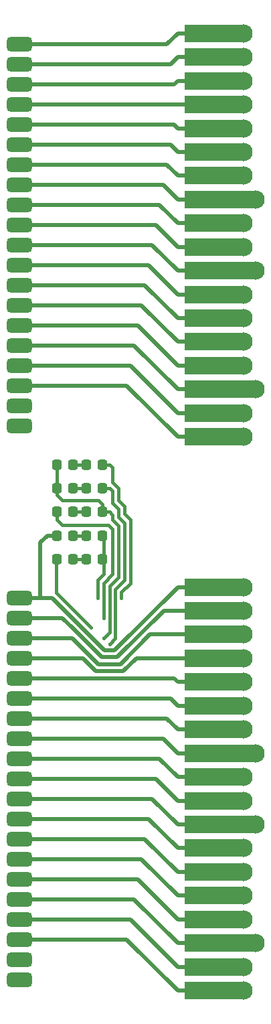
<source format=gtl>
G04*
G04  File:            TEMP_GERBER.GTL, Wed Dec 04 20:29:51 2019*
G04  Source:          P-CAD 2006 PCB, Version 19.02.958, (D:\retrocomputing\pdp11-mpi-breakout-board\pcb\temp_gerber.pcb)*
G04  Format:          Gerber Format (RS-274-D), ASCII*
G04*
G04  Format Options:  Absolute Positioning*
G04                   Leading-Zero Suppression*
G04                   Scale Factor 1:1*
G04                   NO Circular Interpolation*
G04                   Inch Units*
G04                   Numeric Format: 4.4 (XXXX.XXXX)*
G04                   G54 NOT Used for Aperture Change*
G04                   Apertures Embedded*
G04*
G04  File Options:    Offset = (0.0mil,0.0mil)*
G04                   Drill Symbol Size = 80.0mil*
G04                   Pad/Via Holes*
G04*
G04  File Contents:   Pads*
G04                   Vias*
G04                   Designators*
G04                   No Types*
G04                   No Values*
G04                   No Drill Symbols*
G04                   Top*
G04*
%INTEMP_GERBER.GTL*%
%ICAS*%
%MOIN*%
G04*
G04  Aperture MACROs for general use --- invoked via D-code assignment *
G04*
G04  General MACRO for flashed round with rotation and/or offset hole *
%AMROTOFFROUND*
1,1,$1,0.0000,0.0000*
1,0,$2,$3,$4*%
G04*
G04  General MACRO for flashed oval (obround) with rotation and/or offset hole *
%AMROTOFFOVAL*
21,1,$1,$2,0.0000,0.0000,$3*
1,1,$4,$5,$6*
1,1,$4,0-$5,0-$6*
1,0,$7,$8,$9*%
G04*
G04  General MACRO for flashed oval (obround) with rotation and no hole *
%AMROTOVALNOHOLE*
21,1,$1,$2,0.0000,0.0000,$3*
1,1,$4,$5,$6*
1,1,$4,0-$5,0-$6*%
G04*
G04  General MACRO for flashed rectangle with rotation and/or offset hole *
%AMROTOFFRECT*
21,1,$1,$2,0.0000,0.0000,$3*
1,0,$4,$5,$6*%
G04*
G04  General MACRO for flashed rectangle with rotation and no hole *
%AMROTRECTNOHOLE*
21,1,$1,$2,0.0000,0.0000,$3*%
G04*
G04  General MACRO for flashed rounded-rectangle *
%AMROUNDRECT*
21,1,$1,$2-$4,0.0000,0.0000,$3*
21,1,$1-$4,$2,0.0000,0.0000,$3*
1,1,$4,$5,$6*
1,1,$4,$7,$8*
1,1,$4,0-$5,0-$6*
1,1,$4,0-$7,0-$8*
1,0,$9,$10,$11*%
G04*
G04  General MACRO for flashed rounded-rectangle with rotation and no hole *
%AMROUNDRECTNOHOLE*
21,1,$1,$2-$4,0.0000,0.0000,$3*
21,1,$1-$4,$2,0.0000,0.0000,$3*
1,1,$4,$5,$6*
1,1,$4,$7,$8*
1,1,$4,0-$5,0-$6*
1,1,$4,0-$7,0-$8*%
G04*
G04  General MACRO for flashed regular polygon *
%AMREGPOLY*
5,1,$1,0.0000,0.0000,$2,$3+$4*
1,0,$5,$6,$7*%
G04*
G04  General MACRO for flashed regular polygon with no hole *
%AMREGPOLYNOHOLE*
5,1,$1,0.0000,0.0000,$2,$3+$4*%
G04*
G04  General MACRO for target *
%AMTARGET*
6,0,0,$1,$2,$3,4,$4,$5,$6*%
G04*
G04  General MACRO for mounting hole *
%AMMTHOLE*
1,1,$1,0,0*
1,0,$2,0,0*
$1=$1-$2*
$1=$1/2*
21,1,$2+$1,$3,0,0,$4*
21,1,$3,$2+$1,0,0,$4*%
G04*
G04*
G04  D10 : "Ellipse X0.254mm Y0.254mm H0.000mm 0.0deg (0.000mm,0.000mm) Draw"*
G04  Disc: OuterDia=0.0100*
%ADD10C, 0.0100*%
G04  D11 : "Ellipse X0.400mm Y0.400mm H0.000mm 0.0deg (0.000mm,0.000mm) Draw"*
G04  Disc: OuterDia=0.0157*
%ADD11C, 0.0157*%
G04  D12 : "Ellipse X0.500mm Y0.500mm H0.000mm 0.0deg (0.000mm,0.000mm) Draw"*
G04  Disc: OuterDia=0.0197*
%ADD12C, 0.0197*%
G04  D13 : "Ellipse X0.100mm Y0.100mm H0.000mm 0.0deg (0.000mm,0.000mm) Draw"*
G04  Disc: OuterDia=0.0039*
%ADD13C, 0.0039*%
G04  D14 : "Ellipse X0.200mm Y0.200mm H0.000mm 0.0deg (0.000mm,0.000mm) Draw"*
G04  Disc: OuterDia=0.0079*
%ADD14C, 0.0079*%
G04  D15 : "Ellipse X2.681mm Y2.681mm H0.000mm 0.0deg (0.000mm,0.000mm) Flash"*
G04  Disc: OuterDia=0.1056*
%ADD15C, 0.1056*%
G04  D16 : "Ellipse X2.300mm Y2.300mm H0.000mm 0.0deg (0.000mm,0.000mm) Flash"*
G04  Disc: OuterDia=0.0906*
%ADD16C, 0.0906*%
G04  D17 : "Rounded Rectangle X3.200mm Y1.800mm H0.000mm 0.0deg (0.000mm,0.000mm) Flash"*
G04  RoundRct: DimX=0.1260, DimY=0.0709, CornerRad=0.0177, Rotation=0.0, OffsetX=0.0000, OffsetY=0.0000, HoleDia=0.0000 *
%ADD17ROUNDRECTNOHOLE, 0.1260 X0.0709 X0.0 X0.0354 X-0.0453 X-0.0177 X-0.0453 X0.0177*%
G04  D18 : "Rounded Rectangle X3.581mm Y2.181mm H0.000mm 0.0deg (0.000mm,0.000mm) Flash"*
G04  RoundRct: DimX=0.1410, DimY=0.0859, CornerRad=0.0215, Rotation=0.0, OffsetX=0.0000, OffsetY=0.0000, HoleDia=0.0000 *
%ADD18ROUNDRECTNOHOLE, 0.1410 X0.0859 X0.0 X0.0429 X-0.0490 X-0.0215 X-0.0490 X0.0215*%
G04  D19 : "Rounded Rectangle X1.200mm Y1.300mm H0.000mm 0.0deg (0.000mm,0.000mm) Flash"*
G04  RoundRct: DimX=0.0472, DimY=0.0512, CornerRad=0.0118, Rotation=0.0, OffsetX=0.0000, OffsetY=0.0000, HoleDia=0.0000 *
%ADD19ROUNDRECTNOHOLE, 0.0472 X0.0512 X0.0 X0.0236 X-0.0118 X-0.0138 X-0.0118 X0.0138*%
G04  D20 : "Rounded Rectangle X1.300mm Y1.200mm H0.000mm 0.0deg (0.000mm,0.000mm) Flash"*
G04  RoundRct: DimX=0.0512, DimY=0.0472, CornerRad=0.0118, Rotation=0.0, OffsetX=0.0000, OffsetY=0.0000, HoleDia=0.0000 *
%ADD20ROUNDRECTNOHOLE, 0.0512 X0.0472 X0.0 X0.0236 X-0.0138 X-0.0118 X-0.0138 X0.0118*%
G04  D21 : "Rounded Rectangle X1.581mm Y1.681mm H0.000mm 0.0deg (0.000mm,0.000mm) Flash"*
G04  RoundRct: DimX=0.0622, DimY=0.0662, CornerRad=0.0156, Rotation=0.0, OffsetX=0.0000, OffsetY=0.0000, HoleDia=0.0000 *
%ADD21ROUNDRECTNOHOLE, 0.0622 X0.0662 X0.0 X0.0311 X-0.0156 X-0.0175 X-0.0156 X0.0175*%
G04  D22 : "Rounded Rectangle X1.681mm Y1.581mm H0.000mm 0.0deg (0.000mm,0.000mm) Flash"*
G04  RoundRct: DimX=0.0662, DimY=0.0622, CornerRad=0.0156, Rotation=0.0, OffsetX=0.0000, OffsetY=0.0000, HoleDia=0.0000 *
%ADD22ROUNDRECTNOHOLE, 0.0662 X0.0622 X0.0 X0.0311 X-0.0175 X-0.0156 X-0.0175 X0.0156*%
G04  D23 : "Rectangle X7.500mm Y2.300mm H0.000mm 0.0deg (0.000mm,0.000mm) Flash"*
G04  Rectangular: DimX=0.2953, DimY=0.0906, Rotation=0.0, OffsetX=0.0000, OffsetY=0.0000, HoleDia=0.0000 *
%ADD23R, 0.2953 X0.0906*%
G04  D24 : "Rectangle X7.881mm Y2.681mm H0.000mm 0.0deg (0.000mm,0.000mm) Flash"*
G04  Rectangular: DimX=0.3103, DimY=0.1056, Rotation=0.0, OffsetX=0.0000, OffsetY=0.0000, HoleDia=0.0000 *
%ADD24R, 0.3103 X0.1056*%
G04  D25 : "Rectangle X9.000mm Y2.300mm H0.000mm 0.0deg (0.000mm,0.000mm) Flash"*
G04  Rectangular: DimX=0.3543, DimY=0.0906, Rotation=0.0, OffsetX=0.0000, OffsetY=0.0000, HoleDia=0.0000 *
%ADD25R, 0.3543 X0.0906*%
G04  D26 : "Rectangle X9.381mm Y2.681mm H0.000mm 0.0deg (0.000mm,0.000mm) Flash"*
G04  Rectangular: DimX=0.3693, DimY=0.1056, Rotation=0.0, OffsetX=0.0000, OffsetY=0.0000, HoleDia=0.0000 *
%ADD26R, 0.3693 X0.1056*%
G04  D27 : "Ellipse X0.400mm Y0.400mm H0.000mm 0.0deg (0.000mm,0.000mm) Flash"*
G04  Disc: OuterDia=0.0157*
%ADD27C, 0.0157*%
G04*
%FSLAX44Y44*%
%SFA1B1*%
%OFA0.0000B0.0000*%
G04*
G70*
G90*
G01*
D2*
%LNTop*%
D12*
X39173Y65307*
X40206D1*
X40795*
X41303Y64307D2*
X41781Y63828D1*
X39173Y63307D2*
X41811D1*
X39173Y64307D2*
X41303D1*
X40551Y68405D2*
X40206Y68061D1*
X41037Y68405D2*
X40551D1*
D2*
D11*
X40994Y67224*
X41037D1*
Y69586D2*
Y69199D1*
Y70767D2*
Y70429D1*
X41289Y70177*
D2*
D12*
X42318Y62307*
X42962Y61663D1*
X44045Y62352D2*
X43257D1*
X43897Y62696D2*
X43405D1*
X44340Y61663D2*
X42962D1*
X44192Y62007D2*
X43110D1*
D2*
D11*
X43356Y63307*
X43651Y63602D1*
Y65895*
X43946Y63287D2*
Y65748D1*
X44242Y65307D2*
Y65600D1*
X43061Y66190D2*
X43356Y66486D1*
Y68405D2*
X43313D1*
X43356Y66486D2*
Y67224D1*
Y68405*
X43313Y67224D2*
X43356D1*
X43799Y68750D2*
Y66486D1*
X44094Y66338D2*
Y68897D1*
X43307Y69586D2*
X43313D1*
Y70767D2*
X43651D1*
X43799Y70620*
X43307Y69980D2*
Y69586D1*
X43110Y70177D2*
X43307Y69980D1*
X43799Y70620D2*
Y70029D1*
Y71062D2*
Y71801D1*
Y71062D2*
X44094Y70767D1*
Y70177*
X43313Y69586D2*
X43651D1*
X43799Y69438*
Y69192D2*
Y69438D1*
X44094Y69340D2*
Y69734D1*
X43799Y70029*
X44685Y69192D2*
X44389Y69488D1*
Y69881*
X44094Y70177*
D2*
D12*
X45413Y53307*
X47047Y51673D1*
X45956Y56307D2*
X47047Y55216D1*
X46500Y59307D2*
X47047Y58759D1*
X46318Y58307D2*
X47047Y57578D1*
X46862Y61307D2*
X47047Y61122D1*
X45413Y80866D2*
X47047Y79232D1*
X45775Y82866D2*
X47047Y81594D1*
X45956Y83866D2*
X47047Y82775D1*
X46318Y85866D2*
X47047Y85137D1*
X46500Y86866D2*
X47047Y86318D1*
X46862Y88866D2*
X47047Y88681D1*
X46681Y87866D2*
X47047Y87500D1*
X47043Y89866D2*
X47047Y89862D1*
X46688Y91866D2*
X47047Y92224D1*
X46870Y90866D2*
X47047Y91043D1*
X48868Y74507D2*
X50344D1*
X48868Y76870D2*
X50344D1*
X48868Y80413D2*
X50344D1*
X48868Y79232D2*
X50344D1*
X48868Y86318D2*
X50344D1*
X48868Y88681D2*
X50344D1*
X48868Y87500D2*
X50344D1*
X48868Y89862D2*
X50344D1*
X48868Y92224D2*
X50344D1*
X48868Y91043D2*
X50344D1*
X48868Y93405D2*
X50344D1*
D2*
D11*
X41037Y69199*
X41289Y68946D1*
D2*
D12*
X40206Y68061*
Y65307D1*
D2*
D11*
X40994Y65551*
Y67224D1*
X41037Y71948D2*
Y70767D1*
X43061Y65307D2*
Y66190D1*
X43651Y62992D2*
X43946Y63287D1*
X43651Y71948D2*
X43454D1*
X43313*
X43602Y68946D2*
X43799Y68750D1*
Y66486D2*
X43356Y66043D1*
Y64307*
X44094Y66338D2*
X43651Y65895D1*
X44389Y66190D2*
X43946Y65748D1*
X44242Y65600D2*
X44685Y66043D1*
X43799Y71801D2*
X43651Y71948D1*
X44389Y66190D2*
Y69045D1*
X44094Y69340*
Y68897D2*
X43799Y69192D1*
X44685Y66043D2*
Y69192D1*
D2*
D12*
X45775Y55307*
X47047Y54035D1*
X46681Y60307D2*
X47047Y59940D1*
X45594Y54307D2*
X47047Y52854D1*
X46137Y57307D2*
X47047Y56397D1*
X45232Y52307D2*
X47047Y50492D1*
X45232Y79866D2*
X47047Y78051D1*
X46137Y84866D2*
X47047Y83956D1*
X45594Y81866D2*
X47047Y80413D1*
X46507Y92866D2*
X47047Y93405D1*
X48868Y78051D2*
X50344D1*
X48868Y83956D2*
X50344D1*
X48868Y46948D2*
X47047D1*
X48868Y45767D2*
X47047D1*
X44870Y50307D2*
X47047Y48129D1*
X48868Y50492D2*
X47047D1*
X48868Y49311D2*
X47047D1*
X39173Y48307D2*
X44507D1*
X39173Y50307D2*
X44870D1*
X39173Y49307D2*
X44688D1*
X47047Y48129D2*
X49163D1*
X48868Y52854D2*
X47047D1*
X48868Y51673D2*
X47047D1*
X39173Y51307D2*
X45051D1*
X39173Y53307D2*
X45413D1*
X39173Y52307D2*
X45232D1*
X48868Y56397D2*
X47047D1*
X48868Y55216D2*
X47047D1*
X39173Y54307D2*
X45594D1*
X39173Y56307D2*
X45956D1*
X39173Y55307D2*
X45775D1*
X48868Y58759D2*
X47047D1*
X39173Y57307D2*
X46137D1*
X39173Y59307D2*
X46500D1*
X39173Y58307D2*
X46318D1*
X47047Y57578D2*
X49163D1*
X44980Y62303D2*
X44340Y61663D1*
X39173Y62307D2*
X42318D1*
X48868Y61122D2*
X47047D1*
X48868Y62303D2*
X44980D1*
X39173Y60307D2*
X46681D1*
X39173Y61307D2*
X46862D1*
X48868Y64665D2*
X46358D1*
X48868Y63484D2*
X45669D1*
X48868Y65846D2*
X47047D1*
D2*
D11*
X42716Y63828*
X40994Y65551D1*
X41837Y68405D2*
X42513D1*
X41837Y67224D2*
X42513D1*
X41837Y69586D2*
X42513D1*
X41837Y70767D2*
X42513D1*
X41289Y70177D2*
X43110D1*
D2*
D12*
X48868Y74507*
X47047D1*
Y73326D2*
X48868D1*
X44870Y77866D2*
X47047Y75688D1*
X48868Y76870D2*
X47047D1*
X39173Y76866D2*
X44688D1*
X39173Y75866D2*
X44507D1*
X39173Y77866D2*
X44870D1*
X49163Y75688D2*
X47047D1*
X48868Y80413D2*
X47047D1*
X48868Y79232D2*
X47047D1*
X39173Y79866D2*
X45232D1*
X39173Y78866D2*
X45051D1*
X39173Y80866D2*
X45413D1*
X48868Y82775D2*
X47047D1*
X39173Y82866D2*
X45775D1*
X39173Y81866D2*
X45594D1*
X39173Y83866D2*
X45956D1*
X49163Y81594D2*
X47047D1*
X48868Y86318D2*
X47047D1*
X39173Y85866D2*
X46318D1*
X39173Y84866D2*
X46137D1*
X39173Y86866D2*
X46500D1*
X47047Y85137D2*
X49163D1*
X48868Y88681D2*
X47047D1*
X48868Y87500D2*
X47047D1*
X48868Y89862D2*
X47047D1*
X39173Y88866D2*
X46862D1*
X39173Y87866D2*
X46681D1*
X39173Y89866D2*
X47043D1*
X48868Y92224D2*
X47047D1*
X48868Y91043D2*
X47047D1*
X39173Y91866D2*
X46688D1*
X39173Y90866D2*
X46870D1*
X39173Y92866D2*
X46507D1*
X48868Y93405D2*
X47047D1*
X44507Y48307D2*
X47047Y45767D1*
X44688Y49307D2*
X47047Y46948D1*
X48868Y59940D2*
X47047D1*
Y54035D2*
X49163D1*
X41811Y63307D2*
X43110Y62007D1*
X41781Y63828D2*
X43257Y62352D1*
X45669Y63484D2*
X44192Y62007D1*
X46358Y64665D2*
X44045Y62352D1*
X47047Y65846D2*
X43897Y62696D1*
X40795Y65307D2*
X43405Y62696D1*
D2*
D11*
X41837Y71948*
X42513D1*
X41289Y68946D2*
X43602D1*
D2*
D12*
X45051Y78866*
X47047Y76870D1*
X44688Y76866D2*
X47047Y74507D1*
X48868Y78051D2*
X47047D1*
X48868Y83956D2*
X47047D1*
X45051Y51307D2*
X47047Y49311D1*
X44507Y75866D2*
X47047Y73326D1*
X49163Y75688D2*
X50935D1*
X49163Y81594D2*
X50935D1*
X49163Y85137D2*
X50935D1*
D2*
D27*
X41781Y63828D3*
X43061Y65307D3*
X42716Y63828D3*
X43356Y63307D3*
X44242Y65307D3*
X43356Y64307D3*
D19*
X43313Y68405D3*
X42513D3*
X43313Y67224D3*
X42513D3*
X43313Y69586D3*
X42513D3*
X43313Y70767D3*
X42513D3*
D16*
X50344Y45767D3*
Y46948D3*
Y49311D3*
Y52854D3*
Y51673D3*
Y55216D3*
Y56397D3*
Y58759D3*
Y61122D3*
Y62303D3*
Y64665D3*
Y73326D3*
Y76870D3*
Y79232D3*
Y80413D3*
Y82775D3*
Y86318D3*
Y88681D3*
Y91043D3*
Y92224D3*
D27*
X43651Y62992D3*
D19*
X43313Y71948D3*
X42513D3*
D16*
X50344Y50492D3*
Y59940D3*
Y63484D3*
Y65846D3*
Y74507D3*
Y83956D3*
Y78051D3*
Y87500D3*
Y93405D3*
Y89862D3*
D17*
X39173Y47307D3*
Y46307D3*
Y50307D3*
Y49307D3*
Y53307D3*
Y52307D3*
Y56307D3*
Y55307D3*
Y59307D3*
Y58307D3*
Y62307D3*
Y61307D3*
Y65307D3*
Y64307D3*
D19*
X41837Y68405D3*
X41037D3*
X41837Y67224D3*
X41037D3*
X41837Y69586D3*
X41037D3*
X41837Y70767D3*
X41037D3*
D17*
X39173Y73866D3*
Y76866D3*
Y75866D3*
Y79866D3*
Y78866D3*
Y82866D3*
Y81866D3*
Y85866D3*
Y84866D3*
Y88866D3*
Y87866D3*
Y91866D3*
Y90866D3*
D16*
X50935Y57578D3*
Y75688D3*
Y81594D3*
Y85137D3*
D17*
X39173Y48307D3*
Y51307D3*
Y54307D3*
Y57307D3*
Y60307D3*
Y63307D3*
D19*
X41837Y71948D3*
X41037D3*
D17*
X39173Y74866D3*
Y77866D3*
Y80866D3*
Y83866D3*
Y86866D3*
Y89866D3*
Y92866D3*
D16*
X50935Y48129D3*
Y54035D3*
D23*
X48868Y46948D3*
Y45767D3*
Y49311D3*
Y52854D3*
Y51673D3*
Y55216D3*
Y56397D3*
Y58759D3*
D25*
X49163Y57578D3*
D23*
X48868Y61122D3*
Y62303D3*
Y64665D3*
Y73326D3*
Y76870D3*
D25*
X49163Y75688D3*
D23*
X48868Y79232D3*
Y80413D3*
Y82775D3*
D25*
X49163Y81594D3*
D23*
X48868Y86318D3*
D25*
X49163Y85137D3*
D23*
X48868Y88681D3*
Y91043D3*
Y92224D3*
D25*
X49163Y48129D3*
D23*
X48868Y50492D3*
Y59940D3*
D25*
X49163Y54035D3*
D23*
X48868Y63484D3*
Y65846D3*
Y74507D3*
Y83956D3*
Y78051D3*
Y87500D3*
Y93405D3*
Y89862D3*
D02M02*

</source>
